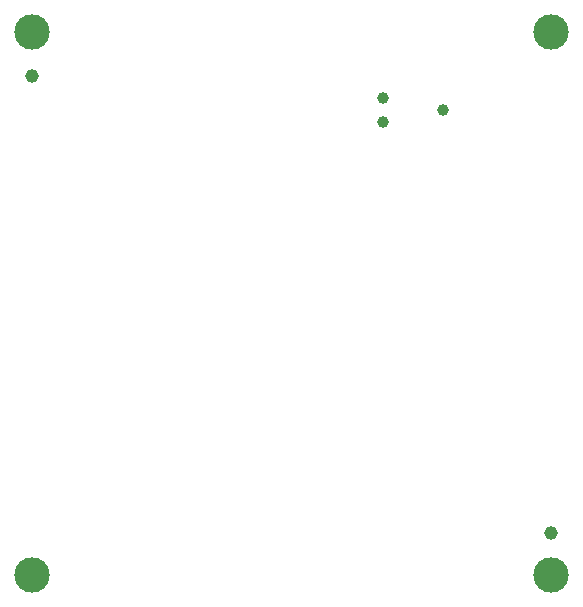
<source format=gbr>
%TF.GenerationSoftware,Altium Limited,Altium Designer,23.5.1 (21)*%
G04 Layer_Color=255*
%FSLAX45Y45*%
%MOMM*%
%TF.SameCoordinates,D1A1A69A-B0F0-4312-96CC-35C0D177272F*%
%TF.FilePolarity,Positive*%
%TF.FileFunction,Pads,Bot*%
%TF.Part,Single*%
G01*
G75*
%TA.AperFunction,ViaPad*%
%ADD53C,1.15200*%
%ADD54C,3.00000*%
%TA.AperFunction,ComponentPad*%
%ADD55C,0.99100*%
D53*
X12800000Y5550000D02*
D03*
X8400000Y9425000D02*
D03*
D54*
Y5200000D02*
D03*
Y9800000D02*
D03*
X12800000D02*
D03*
Y5200000D02*
D03*
D55*
X11884000Y9133500D02*
D03*
X11376000Y9031900D02*
D03*
Y9235100D02*
D03*
%TF.MD5,5ba4997a21c9a2f39868871bf22de1f4*%
M02*

</source>
